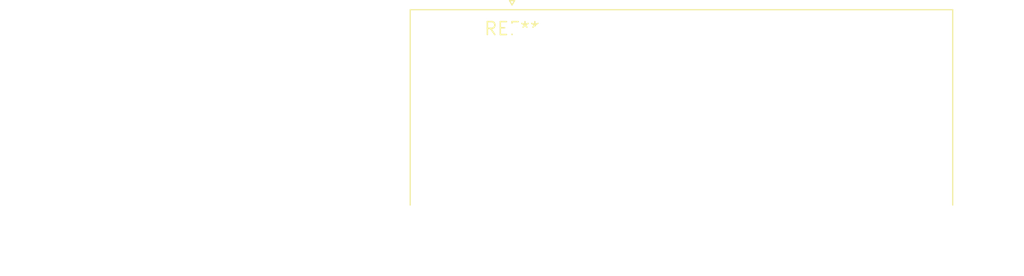
<source format=kicad_pcb>
(kicad_pcb (version 20240108) (generator pcbnew)
  (layers (0 "F.Cu" signal) (31 "B.Cu" signal) (34 "B.Paste" user) (35 "F.Paste" user) (36 "B.SilkS" user "B.Silkscreen") (37 "F.SilkS" user "F.Silkscreen") (38 "B.Mask" user) (39 "F.Mask" user) (44 "Edge.Cuts" user))
  (net 0 "")
  (footprint "DSUB-25_Male_Horizontal_P2.77x2.84mm_EdgePinOffset14.56mm_Housed_MountingHolesOffset15.98mm" (layer "F.Cu") (at 0 0)
    (property "Reference" "REF**")
    (property "Value" "DSUB-25_Male_Horizontal_P2.77x2.84mm_EdgePinOffset14.56mm_Housed_MountingHolesOffset15.98mm")
    (fp_line (start -9.99 -1.86) (end 43.23 -1.86) (layer "F.SilkS") (stroke (width 0.12)))
    (fp_line (start -9.99 17.34) (end -9.99 -1.86) (layer "F.SilkS") (stroke (width 0.12)))
    (fp_line (start -0.25 -2.754338) (end 0.25 -2.754338) (layer "F.SilkS") (stroke (width 0.12)))
    (fp_line (start 0 -2.321325) (end -0.25 -2.754338) (layer "F.SilkS") (stroke (width 0.12)))
    (fp_line (start 0.25 -2.754338) (end 0 -2.321325) (layer "F.SilkS") (stroke (width 0.12)))
    (fp_line (start 43.23 -1.86) (end 43.23 17.34) (layer "F.SilkS") (stroke (width 0.12)))
    (pad "0" thru_hole circle (at -6.93 1.42) (size 4 4) (drill 3.2) (layers *.Cu *.Mask) (remove_unused_layers))
    (pad "0" thru_hole circle (at 40.17 1.42) (size 4 4) (drill 3.2) (layers *.Cu *.Mask) (remove_unused_layers))
    (pad "1" thru_hole rect (at 0 0) (size 1.6 1.6) (drill 1) (layers *.Cu *.Mask) (remove_unused_layers))
    (pad "2" thru_hole circle (at 2.77 0) (size 1.6 1.6) (drill 1) (layers *.Cu *.Mask) (remove_unused_layers))
    (pad "3" thru_hole circle (at 5.54 0) (size 1.6 1.6) (drill 1) (layers *.Cu *.Mask) (remove_unused_layers))
    (pad "4" thru_hole circle (at 8.31 0) (size 1.6 1.6) (drill 1) (layers *.Cu *.Mask) (remove_unused_layers))
    (pad "5" thru_hole circle (at 11.08 0) (size 1.6 1.6) (drill 1) (layers *.Cu *.Mask) (remove_unused_layers))
    (pad "6" thru_hole circle (at 13.85 0) (size 1.6 1.6) (drill 1) (layers *.Cu *.Mask) (remove_unused_layers))
    (pad "7" thru_hole circle (at 16.62 0) (size 1.6 1.6) (drill 1) (layers *.Cu *.Mask) (remove_unused_layers))
    (pad "8" thru_hole circle (at 19.39 0) (size 1.6 1.6) (drill 1) (layers *.Cu *.Mask) (remove_unused_layers))
    (pad "9" thru_hole circle (at 22.16 0) (size 1.6 1.6) (drill 1) (layers *.Cu *.Mask) (remove_unused_layers))
    (pad "10" thru_hole circle (at 24.93 0) (size 1.6 1.6) (drill 1) (layers *.Cu *.Mask) (remove_unused_layers))
    (pad "11" thru_hole circle (at 27.7 0) (size 1.6 1.6) (drill 1) (layers *.Cu *.Mask) (remove_unused_layers))
    (pad "12" thru_hole circle (at 30.47 0) (size 1.6 1.6) (drill 1) (layers *.Cu *.Mask) (remove_unused_layers))
    (pad "13" thru_hole circle (at 33.24 0) (size 1.6 1.6) (drill 1) (layers *.Cu *.Mask) (remove_unused_layers))
    (pad "14" thru_hole circle (at 1.385 2.84) (size 1.6 1.6) (drill 1) (layers *.Cu *.Mask) (remove_unused_layers))
    (pad "15" thru_hole circle (at 4.155 2.84) (size 1.6 1.6) (drill 1) (layers *.Cu *.Mask) (remove_unused_layers))
    (pad "16" thru_hole circle (at 6.925 2.84) (size 1.6 1.6) (drill 1) (layers *.Cu *.Mask) (remove_unused_layers))
    (pad "17" thru_hole circle (at 9.695 2.84) (size 1.6 1.6) (drill 1) (layers *.Cu *.Mask) (remove_unused_layers))
    (pad "18" thru_hole circle (at 12.465 2.84) (size 1.6 1.6) (drill 1) (layers *.Cu *.Mask) (remove_unused_layers))
    (pad "19" thru_hole circle (at 15.235 2.84) (size 1.6 1.6) (drill 1) (layers *.Cu *.Mask) (remove_unused_layers))
    (pad "20" thru_hole circle (at 18.005 2.84) (size 1.6 1.6) (drill 1) (layers *.Cu *.Mask) (remove_unused_layers))
    (pad "21" thru_hole circle (at 20.775 2.84) (size 1.6 1.6) (drill 1) (layers *.Cu *.Mask) (remove_unused_layers))
    (pad "22" thru_hole circle (at 23.545 2.84) (size 1.6 1.6) (drill 1) (layers *.Cu *.Mask) (remove_unused_layers))
    (pad "23" thru_hole circle (at 26.315 2.84) (size 1.6 1.6) (drill 1) (layers *.Cu *.Mask) (remove_unused_layers))
    (pad "24" thru_hole circle (at 29.085 2.84) (size 1.6 1.6) (drill 1) (layers *.Cu *.Mask) (remove_unused_layers))
    (pad "25" thru_hole circle (at 31.855 2.84) (size 1.6 1.6) (drill 1) (layers *.Cu *.Mask) (remove_unused_layers))
  )
)
</source>
